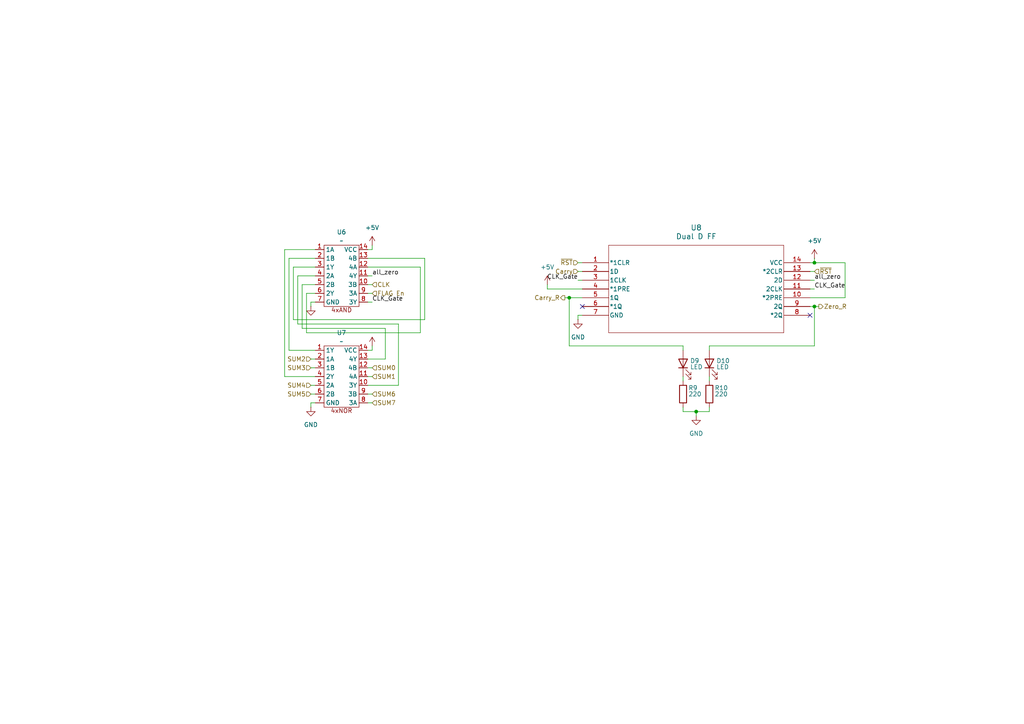
<source format=kicad_sch>
(kicad_sch (version 20231120) (generator "eeschema") (generator_version "8.0")
  (paper "A4")
  (lib_symbols
    (symbol "2x_D_FF:SN74HC74N" (pin_names (offset 0.254))
      (property "Reference" "U" (at 33.02 10.16 0))
      (property "Value" "SN74HC74N" (at 33.02 7.62 0))
      (symbol "SN74HC74N_0_1"
        (polyline (pts (xy 7.62 -20.32) (xy 58.42 -20.32)) (stroke (width 0.127)))
        (polyline (pts (xy 7.62 5.08) (xy 7.62 -20.32)) (stroke (width 0.127)))
        (polyline (pts (xy 58.42 -20.32) (xy 58.42 5.08)) (stroke (width 0.127)))
        (polyline (pts (xy 58.42 5.08) (xy 7.62 5.08)) (stroke (width 0.127)))
        (pin input line (at 0 0 0) (length 7.62) (name "*1CLR") (number "1"))
        (pin input line (at 66.04 -10.16 180) (length 7.62) (name "*2PRE") (number "10"))
        (pin input line (at 66.04 -7.62 180) (length 7.62) (name "2CLK") (number "11"))
        (pin input line (at 66.04 -5.08 180) (length 7.62) (name "2D") (number "12"))
        (pin input line (at 66.04 -2.54 180) (length 7.62) (name "*2CLR") (number "13"))
        (pin power_in line (at 66.04 0 180) (length 7.62) (name "VCC") (number "14"))
        (pin input line (at 0 -2.54 0) (length 7.62) (name "1D") (number "2"))
        (pin input line (at 0 -5.08 0) (length 7.62) (name "1CLK") (number "3"))
        (pin input line (at 0 -7.62 0) (length 7.62) (name "*1PRE") (number "4"))
        (pin output line (at 0 -10.16 0) (length 7.62) (name "1Q") (number "5"))
        (pin output line (at 0 -12.7 0) (length 7.62) (name "*1Q") (number "6"))
        (pin power_in line (at 0 -15.24 0) (length 7.62) (name "GND") (number "7"))
        (pin output line (at 66.04 -15.24 180) (length 7.62) (name "*2Q") (number "8"))
        (pin output line (at 66.04 -12.7 180) (length 7.62) (name "2Q") (number "9"))
      )
    )
    (symbol "8BitCPU:4x_and"
      (property "Reference" "U" (at 0 9.906 0))
      (symbol "4x_and_0_1"
        (rectangle (start -5.08 8.89) (end 5.08 -8.89))
      )
      (symbol "4x_and_1_1"
        (text "4xAND" (at 0 -9.906 0) (effects (font (size 1.27 1.27))))
        (pin input line (at -7.62 7.62 0) (length 2.54) (name "1A") (number "1"))
        (pin input line (at 7.62 -2.54 180) (length 2.54) (name "3B") (number "10"))
        (pin output line (at 7.62 0 180) (length 2.54) (name "4Y") (number "11"))
        (pin input line (at 7.62 2.54 180) (length 2.54) (name "4A") (number "12"))
        (pin input line (at 7.62 5.08 180) (length 2.54) (name "4B") (number "13"))
        (pin input line (at 7.62 7.62 180) (length 2.54) (name "VCC") (number "14"))
        (pin input line (at -7.62 5.08 0) (length 2.54) (name "1B") (number "2"))
        (pin output line (at -7.62 2.54 0) (length 2.54) (name "1Y") (number "3"))
        (pin input line (at -7.62 0 0) (length 2.54) (name "2A") (number "4"))
        (pin input line (at -7.62 -2.54 0) (length 2.54) (name "2B") (number "5"))
        (pin output line (at -7.62 -5.08 0) (length 2.54) (name "2Y") (number "6"))
        (pin input line (at -7.62 -7.62 0) (length 2.54) (name "GND") (number "7"))
        (pin output line (at 7.62 -7.62 180) (length 2.54) (name "3Y") (number "8"))
        (pin input line (at 7.62 -5.08 180) (length 2.54) (name "3A") (number "9"))
      )
    )
    (symbol "8BitCPU:4x_nor"
      (property "Reference" "U" (at -5.334 9.398 0))
      (symbol "4x_nor_0_1"
        (rectangle (start -5.08 7.62) (end 5.08 -10.16))
      )
      (symbol "4x_nor_1_1"
        (text "4xNOR" (at 0 -11.176 0) (effects (font (size 1.27 1.27))))
        (pin output line (at -7.62 6.35 0) (length 2.54) (name "1Y") (number "1"))
        (pin output line (at 7.62 -3.81 180) (length 2.54) (name "3Y") (number "10"))
        (pin input line (at 7.62 -1.27 180) (length 2.54) (name "4A") (number "11"))
        (pin input line (at 7.62 1.27 180) (length 2.54) (name "4B") (number "12"))
        (pin output line (at 7.62 3.81 180) (length 2.54) (name "4Y") (number "13"))
        (pin input line (at 7.62 6.35 180) (length 2.54) (name "VCC") (number "14"))
        (pin input line (at -7.62 3.81 0) (length 2.54) (name "1A") (number "2"))
        (pin input line (at -7.62 1.27 0) (length 2.54) (name "1B") (number "3"))
        (pin output line (at -7.62 -1.27 0) (length 2.54) (name "2Y") (number "4"))
        (pin input line (at -7.62 -3.81 0) (length 2.54) (name "2A") (number "5"))
        (pin input line (at -7.62 -6.35 0) (length 2.54) (name "2B") (number "6"))
        (pin input line (at -7.62 -8.89 0) (length 2.54) (name "GND") (number "7"))
        (pin input line (at 7.62 -8.89 180) (length 2.54) (name "3A") (number "8"))
        (pin input line (at 7.62 -6.35 180) (length 2.54) (name "3B") (number "9"))
      )
    )
    (symbol "Device:LED" (pin_numbers hide) (pin_names (offset 1.016) hide)
      (property "Reference" "D" (at 0 2.54 0))
      (property "Value" "LED" (at 0 -2.54 0))
      (symbol "LED_0_1"
        (polyline (pts (xy -1.27 -1.27) (xy -1.27 1.27)) (stroke (width 0.254)))
        (polyline (pts (xy -1.27 0) (xy 1.27 0)))
        (polyline (pts (xy 1.27 -1.27) (xy 1.27 1.27) (xy -1.27 0) (xy 1.27 -1.27)) (stroke (width 0.254)))
        (polyline (pts (xy -3.048 -0.762) (xy -4.572 -2.286) (xy -3.81 -2.286) (xy -4.572 -2.286) (xy -4.572 -1.524)))
        (polyline (pts (xy -1.778 -0.762) (xy -3.302 -2.286) (xy -2.54 -2.286) (xy -3.302 -2.286) (xy -3.302 -1.524)))
      )
      (symbol "LED_1_1"
        (pin passive line (at -3.81 0 0) (length 2.54) (name "K") (number "1"))
        (pin passive line (at 3.81 0 180) (length 2.54) (name "A") (number "2"))
      )
    )
    (symbol "Device:R" (pin_numbers hide) (pin_names (offset 0))
      (property "Reference" "R" (at 2.032 0 90))
      (property "Value" "R" (at 0 0 90))
      (symbol "R_0_1"
        (rectangle (start -1.016 -2.54) (end 1.016 2.54) (stroke (width 0.254)))
      )
      (symbol "R_1_1"
        (pin passive line (at 0 3.81 270) (length 1.27) (name "~") (number "1"))
        (pin passive line (at 0 -3.81 90) (length 1.27) (name "~") (number "2"))
      )
    )
    (symbol "power:+5V" (power) (pin_numbers hide) (pin_names (offset 0) hide)
      (property "Value" "+5V" (at 0 3.556 0))
      (symbol "+5V_0_1"
        (polyline (pts (xy -0.762 1.27) (xy 0 2.54)))
        (polyline (pts (xy 0 0) (xy 0 2.54)))
        (polyline (pts (xy 0 2.54) (xy 0.762 1.27)))
      )
      (symbol "+5V_1_1"
        (pin power_in line (at 0 0 90) (length 0) (name "~") (number "1"))
      )
    )
    (symbol "power:GND" (power) (pin_numbers hide) (pin_names (offset 0) hide)
      (property "Value" "GND" (at 0 -3.81 0))
      (symbol "GND_0_1"
        (polyline (pts (xy 0 0) (xy 0 -1.27) (xy 1.27 -1.27) (xy 0 -2.54) (xy -1.27 -1.27) (xy 0 -1.27)))
      )
      (symbol "GND_1_1"
        (pin power_in line (at 0 0 270) (length 0) (name "~") (number "1"))
      )
    )
  )
  (junction (at 165.1 86.36))
  (junction (at 236.22 88.9))
  (junction (at 236.22 76.2))
  (junction (at 201.93 119.38))
  (no_connect (at 234.95 91.44))
  (no_connect (at 168.91 88.9))
  (wire (pts (xy 107.95 72.39) (xy 106.68 72.39)))
  (wire (pts (xy 158.75 83.82) (xy 168.91 83.82)))
  (wire (pts (xy 90.17 87.63) (xy 90.17 88.9)))
  (wire (pts (xy 83.82 74.93) (xy 91.44 74.93)))
  (wire (pts (xy 234.95 86.36) (xy 245.11 86.36)))
  (wire (pts (xy 107.95 100.33) (xy 107.95 101.6)))
  (wire (pts (xy 234.95 83.82) (xy 236.22 83.82)))
  (wire (pts (xy 167.64 81.28) (xy 168.91 81.28)))
  (wire (pts (xy 85.09 92.71) (xy 123.19 92.71)))
  (wire (pts (xy 106.68 111.76) (xy 115.57 111.76)))
  (wire (pts (xy 234.95 88.9) (xy 236.22 88.9)))
  (wire (pts (xy 234.95 78.74) (xy 236.22 78.74)))
  (wire (pts (xy 121.92 77.47) (xy 121.92 96.52)))
  (wire (pts (xy 111.76 104.14) (xy 111.76 95.25)))
  (wire (pts (xy 91.44 85.09) (xy 88.9 85.09)))
  (wire (pts (xy 87.63 82.55) (xy 91.44 82.55)))
  (wire (pts (xy 158.75 83.82) (xy 158.75 82.55)))
  (wire (pts (xy 88.9 96.52) (xy 121.92 96.52)))
  (wire (pts (xy 245.11 76.2) (xy 236.22 76.2)))
  (wire (pts (xy 236.22 74.93) (xy 236.22 76.2)))
  (wire (pts (xy 168.91 91.44) (xy 167.64 91.44)))
  (wire (pts (xy 123.19 74.93) (xy 123.19 92.71)))
  (wire (pts (xy 115.57 111.76) (xy 115.57 93.98)))
  (wire (pts (xy 106.68 82.55) (xy 107.95 82.55)))
  (wire (pts (xy 205.74 118.11) (xy 205.74 119.38)))
  (wire (pts (xy 198.12 118.11) (xy 198.12 119.38)))
  (wire (pts (xy 107.95 71.12) (xy 107.95 72.39)))
  (wire (pts (xy 106.68 116.84) (xy 107.95 116.84)))
  (wire (pts (xy 201.93 119.38) (xy 201.93 120.65)))
  (wire (pts (xy 167.64 76.2) (xy 168.91 76.2)))
  (wire (pts (xy 83.82 74.93) (xy 83.82 101.6)))
  (wire (pts (xy 88.9 85.09) (xy 88.9 96.52)))
  (wire (pts (xy 198.12 101.6) (xy 198.12 100.33)))
  (wire (pts (xy 245.11 86.36) (xy 245.11 76.2)))
  (wire (pts (xy 205.74 100.33) (xy 236.22 100.33)))
  (wire (pts (xy 167.64 91.44) (xy 167.64 92.71)))
  (wire (pts (xy 198.12 100.33) (xy 165.1 100.33)))
  (wire (pts (xy 107.95 87.63) (xy 106.68 87.63)))
  (wire (pts (xy 90.17 104.14) (xy 91.44 104.14)))
  (wire (pts (xy 91.44 111.76) (xy 90.17 111.76)))
  (wire (pts (xy 86.36 93.98) (xy 86.36 80.01)))
  (wire (pts (xy 82.55 72.39) (xy 82.55 109.22)))
  (wire (pts (xy 236.22 100.33) (xy 236.22 88.9)))
  (wire (pts (xy 198.12 109.22) (xy 198.12 110.49)))
  (wire (pts (xy 236.22 76.2) (xy 234.95 76.2)))
  (wire (pts (xy 115.57 93.98) (xy 86.36 93.98)))
  (wire (pts (xy 165.1 100.33) (xy 165.1 86.36)))
  (wire (pts (xy 107.95 106.68) (xy 106.68 106.68)))
  (wire (pts (xy 163.83 86.36) (xy 165.1 86.36)))
  (wire (pts (xy 106.68 114.3) (xy 107.95 114.3)))
  (wire (pts (xy 205.74 109.22) (xy 205.74 110.49)))
  (wire (pts (xy 106.68 80.01) (xy 107.95 80.01)))
  (wire (pts (xy 123.19 74.93) (xy 106.68 74.93)))
  (wire (pts (xy 85.09 77.47) (xy 91.44 77.47)))
  (wire (pts (xy 165.1 86.36) (xy 168.91 86.36)))
  (wire (pts (xy 91.44 114.3) (xy 90.17 114.3)))
  (wire (pts (xy 111.76 95.25) (xy 87.63 95.25)))
  (wire (pts (xy 91.44 116.84) (xy 90.17 116.84)))
  (wire (pts (xy 198.12 119.38) (xy 201.93 119.38)))
  (wire (pts (xy 82.55 72.39) (xy 91.44 72.39)))
  (wire (pts (xy 83.82 101.6) (xy 91.44 101.6)))
  (wire (pts (xy 86.36 80.01) (xy 91.44 80.01)))
  (wire (pts (xy 90.17 116.84) (xy 90.17 118.11)))
  (wire (pts (xy 85.09 77.47) (xy 85.09 92.71)))
  (wire (pts (xy 234.95 81.28) (xy 236.22 81.28)))
  (wire (pts (xy 107.95 109.22) (xy 106.68 109.22)))
  (wire (pts (xy 107.95 101.6) (xy 106.68 101.6)))
  (wire (pts (xy 87.63 95.25) (xy 87.63 82.55)))
  (wire (pts (xy 91.44 109.22) (xy 82.55 109.22)))
  (wire (pts (xy 201.93 119.38) (xy 205.74 119.38)))
  (wire (pts (xy 106.68 85.09) (xy 107.95 85.09)))
  (wire (pts (xy 121.92 77.47) (xy 106.68 77.47)))
  (wire (pts (xy 90.17 106.68) (xy 91.44 106.68)))
  (wire (pts (xy 106.68 104.14) (xy 111.76 104.14)))
  (wire (pts (xy 205.74 101.6) (xy 205.74 100.33)))
  (wire (pts (xy 236.22 88.9) (xy 237.49 88.9)))
  (wire (pts (xy 167.64 78.74) (xy 168.91 78.74)))
  (wire (pts (xy 91.44 87.63) (xy 90.17 87.63)))
  (label "CLK_Gate" (at 236.22 83.82 0))
  (label "all_zero" (at 107.95 80.01 0))
  (label "CLK_Gate" (at 167.64 81.28 180))
  (label "all_zero" (at 236.22 81.28 0))
  (label "CLK_Gate" (at 107.95 87.63 0))
  (hierarchical_label "SUM3" (shape input) (at 90.17 106.68 180))
  (hierarchical_label "SUM1" (shape input) (at 107.95 109.22 0))
  (hierarchical_label "SUM5" (shape input) (at 90.17 114.3 180))
  (hierarchical_label "Carry" (shape input) (at 167.64 78.74 180))
  (hierarchical_label "SUM7" (shape input) (at 107.95 116.84 0))
  (hierarchical_label "CLK" (shape input) (at 107.95 82.55 0))
  (hierarchical_label "~{RST}" (shape input) (at 167.64 76.2 180))
  (hierarchical_label "FLAG En" (shape input) (at 107.95 85.09 0))
  (hierarchical_label "SUM2" (shape input) (at 90.17 104.14 180))
  (hierarchical_label "Carry_R" (shape output) (at 163.83 86.36 180))
  (hierarchical_label "Zero_R" (shape output) (at 237.49 88.9 0))
  (hierarchical_label "~{RST}" (shape input) (at 236.22 78.74 0))
  (hierarchical_label "SUM6" (shape input) (at 107.95 114.3 0))
  (hierarchical_label "SUM0" (shape input) (at 107.95 106.68 0))
  (hierarchical_label "SUM4" (shape input) (at 90.17 111.76 180))
  (symbol (lib_id "Device:LED") (at 205.74 105.41 90) (unit 1)
    (property "Reference" "D10" (at 207.772 104.648 90) (effects (justify right)))
    (property "Value" "LED" (at 207.772 106.426 90) (effects (justify right)))
    (property "Footprint" "LED_THT:LED_D5.0mm" (effects (hide yes)))
    (property "Description" "Light emitting diode" (effects (hide yes)))
  )
  (symbol (lib_id "power:+5V") (at 158.75 82.55 0) (unit 1)
    (property "Reference" "#PWR021" (effects (hide yes)))
    (property "Value" "+5V" (at 158.75 77.47 0))
    (property "Description" "Power symbol creates a global label with name \"+5V\"" (effects (hide yes)))
  )
  (symbol (lib_id "Device:R") (at 198.12 114.3 0) (unit 1)
    (property "Reference" "R9" (at 199.644 112.522 0) (effects (justify left)))
    (property "Value" "220" (at 199.644 114.3 0) (effects (justify left)))
    (property "Footprint" "_DownloadFootprints:CF_series_Resistors_THT" (effects (hide yes)))
    (property "Description" "Resistor" (effects (hide yes)))
  )
  (symbol (lib_id "Device:LED") (at 198.12 105.41 90) (unit 1)
    (property "Reference" "D9" (at 200.152 104.648 90) (effects (justify right)))
    (property "Value" "LED" (at 200.152 106.426 90) (effects (justify right)))
    (property "Footprint" "LED_THT:LED_D5.0mm" (effects (hide yes)))
    (property "Description" "Light emitting diode" (effects (hide yes)))
  )
  (symbol (lib_id "power:+5V") (at 107.95 71.12 0) (unit 1)
    (property "Reference" "#PWR019" (effects (hide yes)))
    (property "Value" "+5V" (at 107.95 66.04 0))
    (property "Description" "Power symbol creates a global label with name \"+5V\"" (effects (hide yes)))
  )
  (symbol (lib_id "power:+5V") (at 107.95 100.33 0) (unit 1)
    (property "Reference" "#PWR020" (effects (hide yes)))
    (property "Value" "+5V" (effects (hide yes)))
    (property "Description" "Power symbol creates a global label with name \"+5V\"" (effects (hide yes)))
  )
  (symbol (lib_id "power:GND") (at 90.17 118.11 0) (unit 1)
    (property "Reference" "#PWR018" (effects (hide yes)))
    (property "Value" "GND" (at 90.17 123.19 0))
    (property "Description" "Power symbol creates a global label with name \"GND\" , ground" (effects (hide yes)))
  )
  (symbol (lib_id "power:GND") (at 167.64 92.71 0) (unit 1)
    (property "Reference" "#PWR022" (effects (hide yes)))
    (property "Value" "GND" (at 167.64 97.79 0))
    (property "Description" "Power symbol creates a global label with name \"GND\" , ground" (effects (hide yes)))
  )
  (symbol (lib_id "power:+5V") (at 236.22 74.93 0) (unit 1)
    (property "Reference" "#PWR024" (effects (hide yes)))
    (property "Value" "+5V" (at 236.22 69.85 0))
    (property "Description" "Power symbol creates a global label with name \"+5V\"" (effects (hide yes)))
  )
  (symbol (lib_id "Device:R") (at 205.74 114.3 0) (unit 1)
    (property "Reference" "R10" (at 207.264 112.522 0) (effects (justify left)))
    (property "Value" "220" (at 207.264 114.3 0) (effects (justify left)))
    (property "Footprint" "_DownloadFootprints:CF_series_Resistors_THT" (effects (hide yes)))
    (property "Description" "Resistor" (effects (hide yes)))
  )
  (symbol (lib_id "8BitCPU:4x_nor") (at 99.06 107.95 0) (unit 1)
    (property "Reference" "U7" (at 99.06 96.52 0))
    (property "Value" "~" (at 99.06 99.06 0))
    (property "Footprint" "Package_DIP:DIP-14_W7.62mm" (effects (hide yes)))
  )
  (symbol (lib_id "power:GND") (at 201.93 120.65 0) (unit 1)
    (property "Reference" "#PWR023" (effects (hide yes)))
    (property "Value" "GND" (at 201.93 125.73 0))
    (property "Description" "Power symbol creates a global label with name \"GND\" , ground" (effects (hide yes)))
  )
  (symbol (lib_id "8BitCPU:4x_and") (at 99.06 80.01 0) (unit 1)
    (property "Reference" "U6" (at 99.06 67.31 0))
    (property "Value" "~" (at 99.06 69.85 0))
    (property "Footprint" "8BitCPUFootprints:4x_and" (effects (hide yes)))
  )
  (symbol (lib_id "2x_D_FF:SN74HC74N") (at 168.91 76.2 0) (unit 1)
    (property "Reference" "U8" (at 201.93 66.04 0) (effects (font (size 1.524 1.524))))
    (property "Value" "Dual D FF" (at 201.93 68.58 0) (effects (font (size 1.524 1.524))))
    (property "Footprint" "_DownloadFootprints:2x_D_FF" (effects (hide yes)))
    (property "Datasheet" "SN74HC74N" (effects (hide yes)))
  )
  (symbol (lib_id "power:GND") (at 90.17 88.9 0) (unit 1)
    (property "Reference" "#PWR017" (effects (hide yes)))
    (property "Value" "GND" (effects (hide yes)))
    (property "Description" "Power symbol creates a global label with name \"GND\" , ground" (effects (hide yes)))
  )
)
</source>
